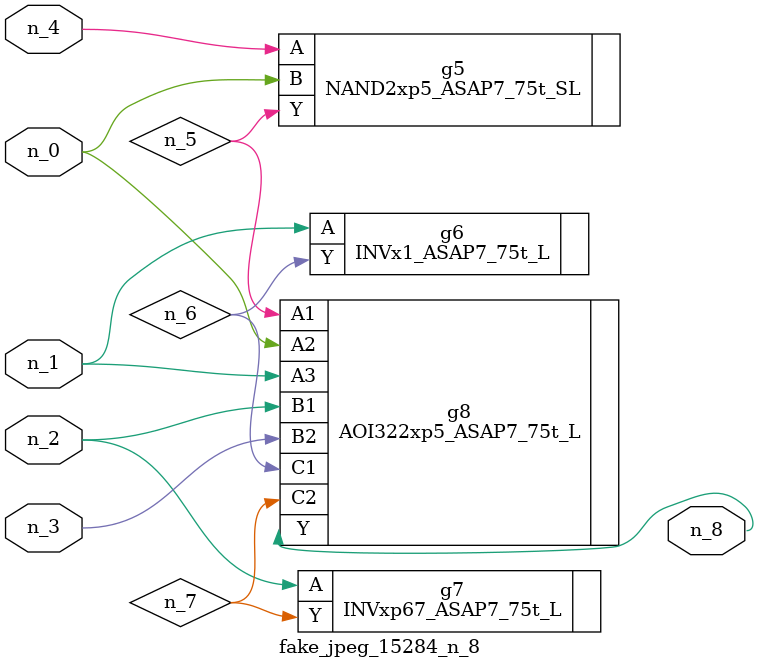
<source format=v>
module fake_jpeg_15284_n_8 (n_3, n_2, n_1, n_0, n_4, n_8);

input n_3;
input n_2;
input n_1;
input n_0;
input n_4;

output n_8;

wire n_6;
wire n_5;
wire n_7;

NAND2xp5_ASAP7_75t_SL g5 ( 
.A(n_4),
.B(n_0),
.Y(n_5)
);

INVx1_ASAP7_75t_L g6 ( 
.A(n_1),
.Y(n_6)
);

INVxp67_ASAP7_75t_L g7 ( 
.A(n_2),
.Y(n_7)
);

AOI322xp5_ASAP7_75t_L g8 ( 
.A1(n_5),
.A2(n_0),
.A3(n_1),
.B1(n_2),
.B2(n_3),
.C1(n_6),
.C2(n_7),
.Y(n_8)
);


endmodule
</source>
